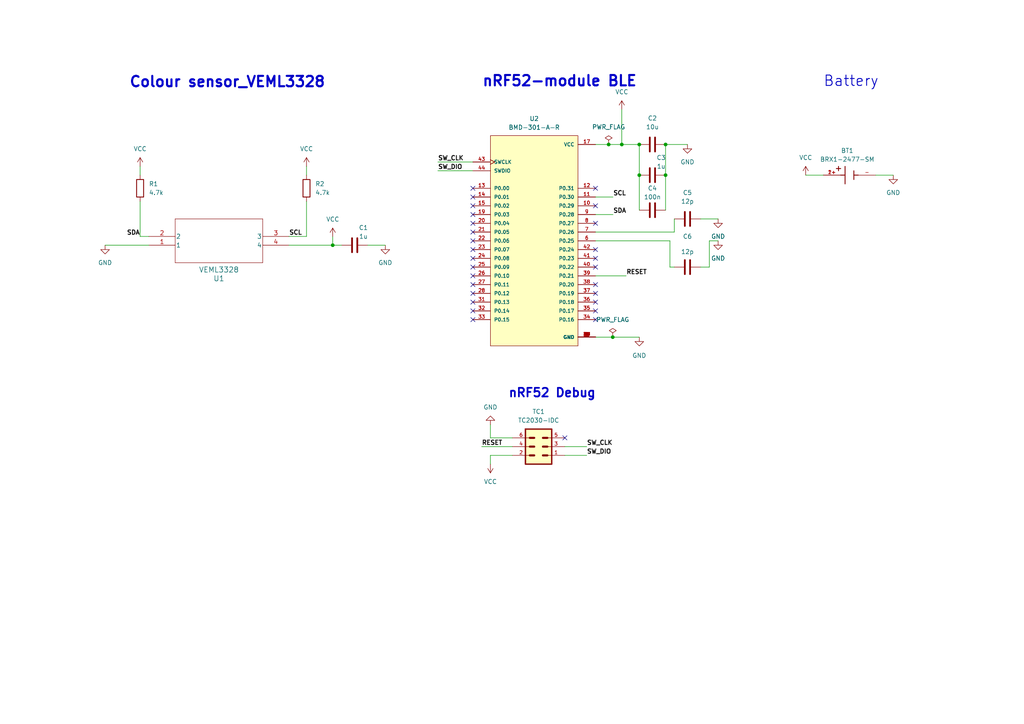
<source format=kicad_sch>
(kicad_sch (version 20230121) (generator eeschema)
  (paper "A4")
  (lib_symbols
    (symbol "BMD-301-A-R:BMD-301-A-R" (pin_names (offset 1.016))
      (property "Reference" "U" (at -12.7 31.242 0))
      (property "Value" "BMD-301-A-R" (at -12.7 -33.02 0))
      (symbol "BMD-301-A-R_0_0"
        (rectangle (start -12.7 -30.48) (end 12.7 30.48) (stroke (width 0.1524)) (fill (type background)))
        (pin power_in line (at 17.78 -27.94 180) (length 5.08) (name "GND") (number "1"))
        (pin bidirectional line (at 17.78 10.16 180) (length 5.08) (name "P0.29") (number "10"))
        (pin bidirectional line (at 17.78 12.7 180) (length 5.08) (name "P0.30") (number "11"))
        (pin bidirectional line (at 17.78 15.24 180) (length 5.08) (name "P0.31") (number "12"))
        (pin bidirectional line (at -17.78 15.24 0) (length 5.08) (name "P0.00") (number "13"))
        (pin bidirectional line (at -17.78 12.7 0) (length 5.08) (name "P0.01") (number "14"))
        (pin bidirectional line (at -17.78 10.16 0) (length 5.08) (name "P0.02") (number "15"))
        (pin power_in line (at 17.78 -27.94 180) (length 5.08) (name "GND") (number "16"))
        (pin power_in line (at 17.78 27.94 180) (length 5.08) (name "VCC") (number "17"))
        (pin power_in line (at 17.78 -27.94 180) (length 5.08) (name "GND") (number "18"))
        (pin bidirectional line (at -17.78 7.62 0) (length 5.08) (name "P0.03") (number "19"))
        (pin power_in line (at 17.78 -27.94 180) (length 5.08) (name "GND") (number "2"))
        (pin bidirectional line (at -17.78 5.08 0) (length 5.08) (name "P0.04") (number "20"))
        (pin bidirectional line (at -17.78 2.54 0) (length 5.08) (name "P0.05") (number "21"))
        (pin bidirectional line (at -17.78 0 0) (length 5.08) (name "P0.06") (number "22"))
        (pin bidirectional line (at -17.78 -2.54 0) (length 5.08) (name "P0.07") (number "23"))
        (pin bidirectional line (at -17.78 -5.08 0) (length 5.08) (name "P0.08") (number "24"))
        (pin bidirectional line (at -17.78 -7.62 0) (length 5.08) (name "P0.09") (number "25"))
        (pin bidirectional line (at -17.78 -10.16 0) (length 5.08) (name "P0.10") (number "26"))
        (pin bidirectional line (at -17.78 -12.7 0) (length 5.08) (name "P0.11") (number "27"))
        (pin bidirectional line (at -17.78 -15.24 0) (length 5.08) (name "P0.12") (number "28"))
        (pin power_in line (at 17.78 -27.94 180) (length 5.08) (name "GND") (number "29"))
        (pin power_in line (at 17.78 -27.94 180) (length 5.08) (name "GND") (number "3"))
        (pin power_in line (at 17.78 -27.94 180) (length 5.08) (name "GND") (number "30"))
        (pin bidirectional line (at -17.78 -17.78 0) (length 5.08) (name "P0.13") (number "31"))
        (pin bidirectional line (at -17.78 -20.32 0) (length 5.08) (name "P0.14") (number "32"))
        (pin bidirectional line (at -17.78 -22.86 0) (length 5.08) (name "P0.15") (number "33"))
        (pin bidirectional line (at 17.78 -22.86 180) (length 5.08) (name "P0.16") (number "34"))
        (pin bidirectional line (at 17.78 -20.32 180) (length 5.08) (name "P0.17") (number "35"))
        (pin bidirectional line (at 17.78 -17.78 180) (length 5.08) (name "P0.18") (number "36"))
        (pin bidirectional line (at 17.78 -15.24 180) (length 5.08) (name "P0.19") (number "37"))
        (pin bidirectional line (at 17.78 -12.7 180) (length 5.08) (name "P0.20") (number "38"))
        (pin bidirectional line (at 17.78 -10.16 180) (length 5.08) (name "P0.21") (number "39"))
        (pin power_in line (at 17.78 -27.94 180) (length 5.08) (name "GND") (number "4"))
        (pin bidirectional line (at 17.78 -7.62 180) (length 5.08) (name "P0.22") (number "40"))
        (pin bidirectional line (at 17.78 -5.08 180) (length 5.08) (name "P0.23") (number "41"))
        (pin bidirectional line (at 17.78 -2.54 180) (length 5.08) (name "P0.24") (number "42"))
        (pin input clock (at -17.78 22.86 0) (length 5.08) (name "SWCLK") (number "43"))
        (pin bidirectional line (at -17.78 20.32 0) (length 5.08) (name "SWDIO") (number "44"))
        (pin power_in line (at 17.78 -27.94 180) (length 5.08) (name "GND") (number "45"))
        (pin power_in line (at 17.78 -27.94 180) (length 5.08) (name "GND") (number "46"))
        (pin power_in line (at 17.78 -27.94 180) (length 5.08) (name "GND") (number "47"))
        (pin power_in line (at 17.78 -27.94 180) (length 5.08) (name "GND") (number "5"))
        (pin bidirectional line (at 17.78 0 180) (length 5.08) (name "P0.25") (number "6"))
        (pin bidirectional line (at 17.78 2.54 180) (length 5.08) (name "P0.26") (number "7"))
        (pin bidirectional line (at 17.78 5.08 180) (length 5.08) (name "P0.27") (number "8"))
        (pin bidirectional line (at 17.78 7.62 180) (length 5.08) (name "P0.28") (number "9"))
      )
    )
    (symbol "CR2477-clip:BRX1-2477-SM" (pin_names (offset 1.016))
      (property "Reference" "BT" (at -3.81 3.81 0))
      (property "Value" "BRX1-2477-SM" (at -3.81 -5.08 0))
      (symbol "BRX1-2477-SM_0_0"
        (polyline (pts (xy -3.81 1.905) (xy -2.54 1.905)) (stroke (width 0.254)))
        (polyline (pts (xy -3.175 2.54) (xy -3.175 1.27)) (stroke (width 0.254)))
        (polyline (pts (xy -1.27 0) (xy -2.54 0)) (stroke (width 0.254)))
        (polyline (pts (xy -1.27 0) (xy -1.27 -2.54)) (stroke (width 0.254)))
        (polyline (pts (xy -1.27 2.54) (xy -1.27 0)) (stroke (width 0.254)))
        (polyline (pts (xy 1.27 0) (xy 1.27 -1.27)) (stroke (width 0.254)))
        (polyline (pts (xy 1.27 0) (xy 2.54 0)) (stroke (width 0.254)))
        (polyline (pts (xy 1.27 1.27) (xy 1.27 0)) (stroke (width 0.254)))
        (pin passive line (at 7.62 0 180) (length 5.08) (name "~") (number "-"))
        (pin passive line (at -7.62 0 0) (length 5.08) (name "~") (number "1+"))
        (pin passive line (at -7.62 0 0) (length 5.08) (name "~") (number "2+"))
      )
    )
    (symbol "Color_sensor_VEML3328:VEML3328" (pin_names (offset 0.254))
      (property "Reference" "U" (at 20.32 10.16 0))
      (property "Value" "VEML3328" (at 20.32 7.62 0))
      (symbol "VEML3328_0_1"
        (polyline (pts (xy 7.62 -7.62) (xy 33.02 -7.62)) (stroke (width 0.127)))
        (polyline (pts (xy 7.62 5.08) (xy 7.62 -7.62)) (stroke (width 0.127)))
        (polyline (pts (xy 33.02 -7.62) (xy 33.02 5.08)) (stroke (width 0.127)))
        (polyline (pts (xy 33.02 5.08) (xy 7.62 5.08)) (stroke (width 0.127)))
        (pin unspecified line (at 0 0 0) (length 7.62) (name "1") (number "1"))
        (pin unspecified line (at 0 -2.54 0) (length 7.62) (name "2") (number "2"))
        (pin unspecified line (at 40.64 -2.54 180) (length 7.62) (name "3") (number "3"))
        (pin unspecified line (at 40.64 0 180) (length 7.62) (name "4") (number "4"))
      )
    )
    (symbol "Device:C" (pin_numbers hide) (pin_names (offset 0.254))
      (property "Reference" "C" (at 0.635 2.54 0))
      (property "Value" "C" (at 0.635 -2.54 0))
      (symbol "C_0_1"
        (polyline (pts (xy -2.032 -0.762) (xy 2.032 -0.762)) (stroke (width 0.508)))
        (polyline (pts (xy -2.032 0.762) (xy 2.032 0.762)) (stroke (width 0.508)))
      )
      (symbol "C_1_1"
        (pin passive line (at 0 3.81 270) (length 2.794) (name "~") (number "1"))
        (pin passive line (at 0 -3.81 90) (length 2.794) (name "~") (number "2"))
      )
    )
    (symbol "Device:R" (pin_numbers hide) (pin_names (offset 0))
      (property "Reference" "R" (at 2.032 0 90))
      (property "Value" "R" (at 0 0 90))
      (symbol "R_0_1"
        (rectangle (start -1.016 -2.54) (end 1.016 2.54) (stroke (width 0.254)))
      )
      (symbol "R_1_1"
        (pin passive line (at 0 3.81 270) (length 1.27) (name "~") (number "1"))
        (pin passive line (at 0 -3.81 90) (length 1.27) (name "~") (number "2"))
      )
    )
    (symbol "Tag-connector:TC2030-IDC" (pin_names (offset 1.016))
      (property "Reference" "TC" (at -3.81 5.842 0))
      (property "Value" "TC2030-IDC" (at -3.81 -7.62 0))
      (symbol "TC2030-IDC_0_0"
        (rectangle (start -3.81 -5.08) (end 3.81 5.08) (stroke (width 0.4064)) (fill (type background)))
        (polyline (pts (xy -2.54 -2.54) (xy -1.27 -2.54)) (stroke (width 0.6096)))
        (polyline (pts (xy -2.54 0) (xy -1.27 0)) (stroke (width 0.6096)))
        (polyline (pts (xy -2.54 2.54) (xy -1.27 2.54)) (stroke (width 0.6096)))
        (polyline (pts (xy 1.27 -2.54) (xy 2.54 -2.54)) (stroke (width 0.6096)))
        (polyline (pts (xy 1.27 0) (xy 2.54 0)) (stroke (width 0.6096)))
        (polyline (pts (xy 1.27 2.54) (xy 2.54 2.54)) (stroke (width 0.6096)))
        (pin passive line (at 7.62 -2.54 180) (length 5.08) (name "~") (number "1"))
        (pin passive line (at -7.62 -2.54 0) (length 5.08) (name "~") (number "2"))
        (pin passive line (at 7.62 0 180) (length 5.08) (name "~") (number "3"))
        (pin passive line (at -7.62 0 0) (length 5.08) (name "~") (number "4"))
        (pin passive line (at 7.62 2.54 180) (length 5.08) (name "~") (number "5"))
        (pin passive line (at -7.62 2.54 0) (length 5.08) (name "~") (number "6"))
      )
    )
    (symbol "power:GND" (power) (pin_names (offset 0))
      (property "Value" "GND" (at 0 -3.81 0))
      (symbol "GND_0_1"
        (polyline (pts (xy 0 0) (xy 0 -1.27) (xy 1.27 -1.27) (xy 0 -2.54) (xy -1.27 -1.27) (xy 0 -1.27)))
      )
      (symbol "GND_1_1"
        (pin power_in line (at 0 0 270) (length 0) hide (name "GND") (number "1"))
      )
    )
    (symbol "power:PWR_FLAG" (power) (pin_numbers hide) (pin_names (offset 0) hide)
      (property "Value" "PWR_FLAG" (at 0 3.81 0))
      (symbol "PWR_FLAG_0_0"
        (pin power_out line (at 0 0 90) (length 0) (name "pwr") (number "1"))
      )
      (symbol "PWR_FLAG_0_1"
        (polyline (pts (xy 0 0) (xy 0 1.27) (xy -1.016 1.905) (xy 0 2.54) (xy 1.016 1.905) (xy 0 1.27)))
      )
    )
    (symbol "power:VCC" (power) (pin_names (offset 0))
      (property "Value" "VCC" (at 0 3.81 0))
      (symbol "VCC_0_1"
        (polyline (pts (xy -0.762 1.27) (xy 0 2.54)))
        (polyline (pts (xy 0 0) (xy 0 2.54)))
        (polyline (pts (xy 0 2.54) (xy 0.762 1.27)))
      )
      (symbol "VCC_1_1"
        (pin power_in line (at 0 0 90) (length 0) hide (name "VCC") (number "1"))
      )
    )
  )
  (junction (at 177.7231 97.79))
  (junction (at 193.04 50.8))
  (junction (at 185.42 41.91))
  (junction (at 193.04 41.91))
  (junction (at 96.4998 71.12))
  (junction (at 185.42 50.8))
  (junction (at 180.34 41.91))
  (junction (at 176.53 41.91))
  (no_connect (at 137.16 87.63))
  (no_connect (at 172.72 85.09))
  (no_connect (at 137.16 64.77))
  (no_connect (at 172.72 77.47))
  (no_connect (at 137.16 80.01))
  (no_connect (at 172.72 90.17))
  (no_connect (at 137.16 67.31))
  (no_connect (at 137.16 77.47))
  (no_connect (at 137.16 62.23))
  (no_connect (at 137.16 92.71))
  (no_connect (at 137.16 72.39))
  (no_connect (at 137.16 90.17))
  (no_connect (at 172.72 64.77))
  (no_connect (at 137.16 57.15))
  (no_connect (at 163.83 127))
  (no_connect (at 137.16 59.69))
  (no_connect (at 172.72 59.69))
  (no_connect (at 172.72 87.63))
  (no_connect (at 137.16 85.09))
  (no_connect (at 172.72 72.39))
  (no_connect (at 172.72 82.55))
  (no_connect (at 137.16 54.61))
  (no_connect (at 172.72 92.71))
  (no_connect (at 137.16 69.85))
  (no_connect (at 137.16 74.93))
  (no_connect (at 172.72 54.61))
  (no_connect (at 137.16 82.55))
  (no_connect (at 172.72 74.93))
  (wire (pts (xy 40.64 68.58) (xy 43.18 68.58)))
  (wire (pts (xy 194.31 77.47) (xy 195.58 77.47)))
  (wire (pts (xy 193.04 41.91) (xy 193.04 50.8)))
  (wire (pts (xy 96.4998 71.12) (xy 99.06 71.12)))
  (wire (pts (xy 172.72 62.23) (xy 177.8 62.23)))
  (wire (pts (xy 194.31 77.47) (xy 194.31 69.85)))
  (wire (pts (xy 185.42 41.91) (xy 185.42 50.8)))
  (wire (pts (xy 139.7 129.54) (xy 148.59 129.54)))
  (wire (pts (xy 254 50.8) (xy 259.08 50.8)))
  (wire (pts (xy 148.59 127) (xy 142.24 127)))
  (wire (pts (xy 172.72 80.01) (xy 181.61 80.01)))
  (wire (pts (xy 172.72 57.15) (xy 177.8 57.15)))
  (wire (pts (xy 163.83 129.54) (xy 170.18 129.54)))
  (wire (pts (xy 205.74 69.85) (xy 208.28 69.85)))
  (wire (pts (xy 40.64 58.42) (xy 40.64 68.58)))
  (wire (pts (xy 163.83 132.08) (xy 170.18 132.08)))
  (wire (pts (xy 172.72 97.79) (xy 177.7231 97.79)))
  (wire (pts (xy 88.9 48.26) (xy 88.9 50.8)))
  (wire (pts (xy 203.2 77.47) (xy 205.74 77.47)))
  (wire (pts (xy 148.59 132.08) (xy 142.24 132.08)))
  (wire (pts (xy 83.82 68.58) (xy 88.9 68.58)))
  (wire (pts (xy 172.72 41.91) (xy 176.53 41.91)))
  (wire (pts (xy 180.34 41.91) (xy 185.42 41.91)))
  (wire (pts (xy 142.24 132.08) (xy 142.24 134.62)))
  (wire (pts (xy 194.31 69.85) (xy 172.72 69.85)))
  (wire (pts (xy 96.4998 68.6887) (xy 96.4998 71.12)))
  (wire (pts (xy 195.58 67.31) (xy 195.58 63.5)))
  (wire (pts (xy 177.7231 97.79) (xy 185.42 97.79)))
  (wire (pts (xy 176.53 41.91) (xy 180.34 41.91)))
  (wire (pts (xy 127 49.53) (xy 137.16 49.53)))
  (wire (pts (xy 30.48 71.12) (xy 43.18 71.12)))
  (wire (pts (xy 40.64 48.26) (xy 40.64 50.8)))
  (wire (pts (xy 127 46.99) (xy 137.16 46.99)))
  (wire (pts (xy 180.34 31.75) (xy 180.34 41.91)))
  (wire (pts (xy 106.68 71.12) (xy 111.76 71.12)))
  (wire (pts (xy 185.42 50.8) (xy 185.42 60.96)))
  (wire (pts (xy 83.82 71.12) (xy 96.4998 71.12)))
  (wire (pts (xy 172.72 67.31) (xy 195.58 67.31)))
  (wire (pts (xy 142.24 127) (xy 142.24 123.19)))
  (wire (pts (xy 233.68 50.8) (xy 238.76 50.8)))
  (wire (pts (xy 193.04 41.91) (xy 199.39 41.91)))
  (wire (pts (xy 203.2 63.5) (xy 208.28 63.5)))
  (wire (pts (xy 205.74 77.47) (xy 205.74 69.85)))
  (wire (pts (xy 88.9 68.58) (xy 88.9 58.42)))
  (wire (pts (xy 193.04 50.8) (xy 193.04 60.96)))
  (text "nRF52 Debug" (at 147.32 115.57 0) (effects (font (size 2.5 2.5) bold) (justify left bottom)))
  (text "nRF52-module BLE" (at 139.7 25.4 0) (effects (font (size 3 3) bold) (justify left bottom)))
  (text "Battery" (at 238.76 25.4 0) (effects (font (size 3 3) (thickness 0.254) bold) (justify left bottom)))
  (text "Colour sensor_VEML3328\n" (at 37.338 25.654 0) (effects (font (size 3 3) bold) (justify left bottom)))
  (label "SCL" (at 177.8 57.15 0) (effects (font bold)))
  (label "RESET" (at 181.61 80.01 0) (effects (font bold)))
  (label "RESET" (at 139.7 129.54 0) (effects (font bold)))
  (label "SW_CLK" (at 127 46.99 0) (effects (font bold)))
  (label "SDA" (at 177.8 62.23 0) (effects (font (thickness 0.254) bold)))
  (label "SCL" (at 83.82 68.58 0) (effects (font bold)))
  (label "SW_DIO" (at 127 49.53 0) (effects (font bold)))
  (label "SDA" (at 40.64 68.58 180) (effects (font (thickness 0.254) bold)))
  (label "SW_DIO" (at 170.18 132.08 0) (effects (font bold)))
  (label "SW_CLK" (at 170.18 129.54 0) (effects (font bold)))
  (symbol (lib_id "power:VCC") (at 142.24 134.62 180) (unit 1)
    (property "Reference" "#PWR07" (effects hide))
    (property "Value" "VCC" (at 142.24 139.7 0))
  )
  (symbol (lib_id "power:GND") (at 208.28 63.5 0) (unit 1)
    (property "Reference" "#PWR011" (effects hide))
    (property "Value" "GND" (at 208.28 68.58 0))
  )
  (symbol (lib_id "Color_sensor_VEML3328:VEML3328") (at 43.18 71.12 0) (mirror x) (unit 1)
    (property "Reference" "U1" (at 63.5 80.772 0) (effects (font (size 1.524 1.524))))
    (property "Value" "VEML3328" (at 63.5 78.232 0) (effects (font (size 1.524 1.524))))
    (property "Footprint" "Color_sensor_VEML3328:SMD_L3328_VIS" (effects hide))
    (property "Datasheet" "VEML3328" (effects hide))
  )
  (symbol (lib_id "power:GND") (at 199.39 41.91 0) (unit 1)
    (property "Reference" "#PWR010" (effects hide))
    (property "Value" "GND" (at 199.39 46.99 0))
  )
  (symbol (lib_id "Device:R") (at 88.9 54.61 0) (unit 1)
    (property "Reference" "R2" (at 91.44 53.34 0) (effects (justify left)))
    (property "Value" "4.7k" (at 91.44 55.88 0) (effects (justify left)))
    (property "Footprint" "Resistor_SMD:R_0805_2012Metric_Pad1.20x1.40mm_HandSolder" (effects hide))
  )
  (symbol (lib_id "CR2477-clip:BRX1-2477-SM") (at 246.38 50.8 0) (unit 1)
    (property "Reference" "BT1" (at 245.745 43.688 0))
    (property "Value" "BRX1-2477-SM" (at 245.745 46.228 0))
    (property "Footprint" "CR2477-clip:BAT_BRX1-2477-SM" (effects hide))
    (property "PARTREV" "D" (effects hide))
    (property "STANDARD" "Manufacturer Recommendations" (effects hide))
    (property "MAXIMUM_PACKAGE_HEIGHT" "8.7mm" (effects hide))
    (property "MANUFACTURER" "MPD" (effects hide))
  )
  (symbol (lib_id "BMD-301-A-R:BMD-301-A-R") (at 154.94 69.85 0) (unit 1)
    (property "Reference" "U2" (at 154.94 34.417 0))
    (property "Value" "BMD-301-A-R" (at 154.94 36.957 0))
    (property "Footprint" "BMD-301-A-R:BMD-301-A-R" (effects hide))
    (property "PARTREV" "2.1" (effects hide))
    (property "STANDARD" "Manufacturer Recommendations" (effects hide))
    (property "MAXIMUM_PACKAGE_HEIGHT" "1.9mm" (effects hide))
    (property "MANUFACTURER" "Rigado" (effects hide))
  )
  (symbol (lib_id "Tag-connector:TC2030-IDC") (at 156.21 129.54 0) (unit 1)
    (property "Reference" "TC1" (at 156.21 119.38 0))
    (property "Value" "TC2030-IDC" (at 156.21 121.92 0))
    (property "Footprint" "Connector:Tag-Connect_TC2030-IDC-NL_2x03_P1.27mm_Vertical" (effects hide))
  )
  (symbol (lib_id "power:GND") (at 142.24 123.19 180) (unit 1)
    (property "Reference" "#PWR06" (effects hide))
    (property "Value" "GND" (at 142.24 118.11 0))
  )
  (symbol (lib_id "power:VCC") (at 88.9 48.26 0) (unit 1)
    (property "Reference" "#PWR03" (effects hide))
    (property "Value" "VCC" (at 88.9 43.18 0))
  )
  (symbol (lib_id "power:GND") (at 30.48 71.12 0) (unit 1)
    (property "Reference" "#PWR01" (effects hide))
    (property "Value" "GND" (at 30.48 76.2 0))
  )
  (symbol (lib_id "power:VCC") (at 233.68 50.8 0) (unit 1)
    (property "Reference" "#PWR013" (effects hide))
    (property "Value" "VCC" (at 233.68 45.72 0))
  )
  (symbol (lib_id "power:VCC") (at 40.64 48.26 0) (unit 1)
    (property "Reference" "#PWR02" (effects hide))
    (property "Value" "VCC" (at 40.64 43.18 0))
  )
  (symbol (lib_id "Device:C") (at 189.23 41.91 90) (unit 1)
    (property "Reference" "C2" (at 189.23 34.29 90))
    (property "Value" "10u" (at 189.23 36.83 90))
    (property "Footprint" "Capacitor_SMD:C_0805_2012Metric_Pad1.18x1.45mm_HandSolder" (effects hide))
  )
  (symbol (lib_id "power:VCC") (at 180.34 31.75 0) (unit 1)
    (property "Reference" "#PWR08" (effects hide))
    (property "Value" "VCC" (at 180.34 26.67 0))
  )
  (symbol (lib_id "power:PWR_FLAG") (at 176.53 41.91 0) (unit 1)
    (property "Reference" "#FLG01" (effects hide))
    (property "Value" "PWR_FLAG" (at 176.53 36.83 0))
  )
  (symbol (lib_id "power:PWR_FLAG") (at 177.7231 97.79 0) (unit 1)
    (property "Reference" "#FLG02" (effects hide))
    (property "Value" "PWR_FLAG" (at 177.7231 92.71 0))
  )
  (symbol (lib_id "Device:C") (at 189.23 50.8 90) (unit 1)
    (property "Reference" "C3" (at 191.77 45.72 90))
    (property "Value" "1u" (at 191.77 48.26 90))
    (property "Footprint" "Capacitor_SMD:C_0805_2012Metric_Pad1.18x1.45mm_HandSolder" (effects hide))
  )
  (symbol (lib_id "Device:C") (at 189.23 60.96 90) (unit 1)
    (property "Reference" "C4" (at 189.23 54.61 90))
    (property "Value" "100n" (at 189.23 57.15 90))
    (property "Footprint" "Capacitor_SMD:C_0805_2012Metric_Pad1.18x1.45mm_HandSolder" (effects hide))
  )
  (symbol (lib_id "power:GND") (at 185.42 97.79 0) (unit 1)
    (property "Reference" "#PWR09" (effects hide))
    (property "Value" "GND" (at 185.42 103.124 0))
  )
  (symbol (lib_id "power:GND") (at 208.28 69.85 0) (unit 1)
    (property "Reference" "#PWR012" (effects hide))
    (property "Value" "GND" (at 208.28 74.93 0))
  )
  (symbol (lib_id "power:VCC") (at 96.4998 68.6887 0) (unit 1)
    (property "Reference" "#PWR04" (effects hide))
    (property "Value" "VCC" (at 96.4998 63.6087 0))
  )
  (symbol (lib_id "Device:C") (at 102.87 71.12 90) (unit 1)
    (property "Reference" "C1" (at 105.41 66.04 90))
    (property "Value" "1u" (at 105.41 68.58 90))
    (property "Footprint" "Capacitor_SMD:C_0805_2012Metric_Pad1.18x1.45mm_HandSolder" (effects hide))
  )
  (symbol (lib_id "power:GND") (at 111.76 71.12 0) (unit 1)
    (property "Reference" "#PWR05" (effects hide))
    (property "Value" "GND" (at 111.76 76.2 0))
  )
  (symbol (lib_id "Device:C") (at 199.39 63.5 90) (unit 1)
    (property "Reference" "C5" (at 199.39 55.88 90))
    (property "Value" "12p" (at 199.39 58.42 90))
    (property "Footprint" "Capacitor_SMD:C_0805_2012Metric_Pad1.18x1.45mm_HandSolder" (effects hide))
  )
  (symbol (lib_id "power:GND") (at 259.08 50.8 0) (unit 1)
    (property "Reference" "#PWR014" (effects hide))
    (property "Value" "GND" (at 259.08 55.88 0))
  )
  (symbol (lib_id "Device:R") (at 40.64 54.61 0) (unit 1)
    (property "Reference" "R1" (at 43.18 53.34 0) (effects (justify left)))
    (property "Value" "4.7k" (at 43.18 55.88 0) (effects (justify left)))
    (property "Footprint" "Resistor_SMD:R_0805_2012Metric_Pad1.20x1.40mm_HandSolder" (effects hide))
  )
  (symbol (lib_id "Device:C") (at 199.39 77.47 90) (unit 1)
    (property "Reference" "C6" (at 199.39 68.58 90))
    (property "Value" "12p" (at 199.39 73.025 90))
    (property "Footprint" "Capacitor_SMD:C_0805_2012Metric_Pad1.18x1.45mm_HandSolder" (effects hide))
  )
)
</source>
